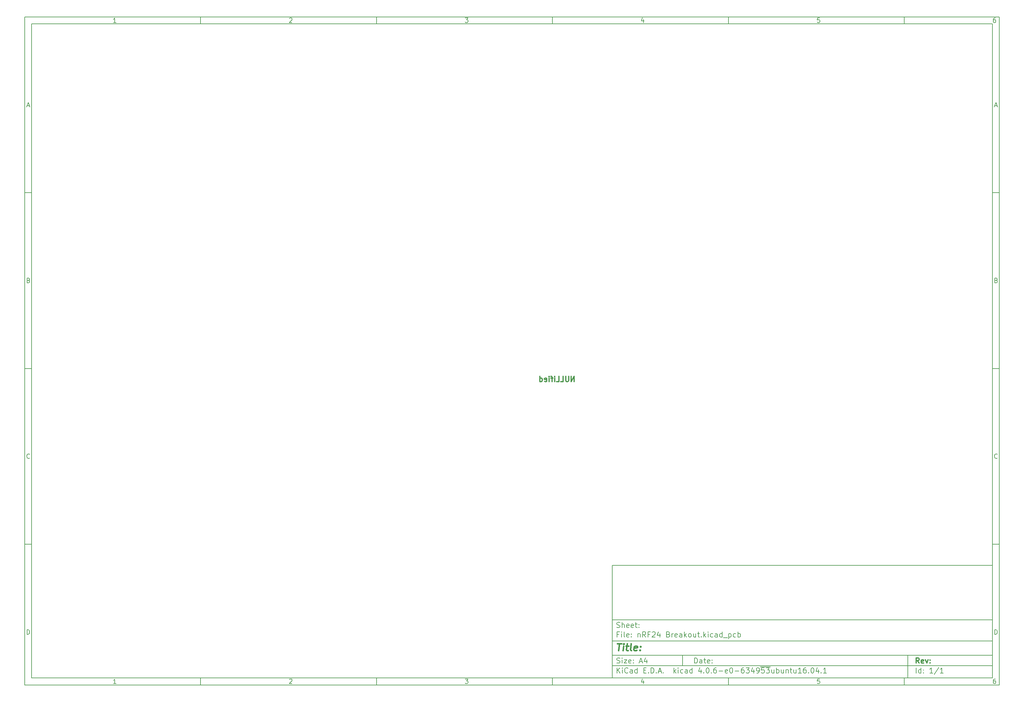
<source format=gbo>
G04 #@! TF.FileFunction,Legend,Bot*
%FSLAX46Y46*%
G04 Gerber Fmt 4.6, Leading zero omitted, Abs format (unit mm)*
G04 Created by KiCad (PCBNEW 4.0.6-e0-6349~53~ubuntu16.04.1) date Wed Jun 21 09:44:30 2017*
%MOMM*%
%LPD*%
G01*
G04 APERTURE LIST*
%ADD10C,0.100000*%
%ADD11C,0.150000*%
%ADD12C,0.300000*%
%ADD13C,0.400000*%
G04 APERTURE END LIST*
D10*
D11*
X177002200Y-166007200D02*
X177002200Y-198007200D01*
X285002200Y-198007200D01*
X285002200Y-166007200D01*
X177002200Y-166007200D01*
D10*
D11*
X10000000Y-10000000D02*
X10000000Y-200007200D01*
X287002200Y-200007200D01*
X287002200Y-10000000D01*
X10000000Y-10000000D01*
D10*
D11*
X12000000Y-12000000D02*
X12000000Y-198007200D01*
X285002200Y-198007200D01*
X285002200Y-12000000D01*
X12000000Y-12000000D01*
D10*
D11*
X60000000Y-12000000D02*
X60000000Y-10000000D01*
D10*
D11*
X110000000Y-12000000D02*
X110000000Y-10000000D01*
D10*
D11*
X160000000Y-12000000D02*
X160000000Y-10000000D01*
D10*
D11*
X210000000Y-12000000D02*
X210000000Y-10000000D01*
D10*
D11*
X260000000Y-12000000D02*
X260000000Y-10000000D01*
D10*
D11*
X35990476Y-11588095D02*
X35247619Y-11588095D01*
X35619048Y-11588095D02*
X35619048Y-10288095D01*
X35495238Y-10473810D01*
X35371429Y-10597619D01*
X35247619Y-10659524D01*
D10*
D11*
X85247619Y-10411905D02*
X85309524Y-10350000D01*
X85433333Y-10288095D01*
X85742857Y-10288095D01*
X85866667Y-10350000D01*
X85928571Y-10411905D01*
X85990476Y-10535714D01*
X85990476Y-10659524D01*
X85928571Y-10845238D01*
X85185714Y-11588095D01*
X85990476Y-11588095D01*
D10*
D11*
X135185714Y-10288095D02*
X135990476Y-10288095D01*
X135557143Y-10783333D01*
X135742857Y-10783333D01*
X135866667Y-10845238D01*
X135928571Y-10907143D01*
X135990476Y-11030952D01*
X135990476Y-11340476D01*
X135928571Y-11464286D01*
X135866667Y-11526190D01*
X135742857Y-11588095D01*
X135371429Y-11588095D01*
X135247619Y-11526190D01*
X135185714Y-11464286D01*
D10*
D11*
X185866667Y-10721429D02*
X185866667Y-11588095D01*
X185557143Y-10226190D02*
X185247619Y-11154762D01*
X186052381Y-11154762D01*
D10*
D11*
X235928571Y-10288095D02*
X235309524Y-10288095D01*
X235247619Y-10907143D01*
X235309524Y-10845238D01*
X235433333Y-10783333D01*
X235742857Y-10783333D01*
X235866667Y-10845238D01*
X235928571Y-10907143D01*
X235990476Y-11030952D01*
X235990476Y-11340476D01*
X235928571Y-11464286D01*
X235866667Y-11526190D01*
X235742857Y-11588095D01*
X235433333Y-11588095D01*
X235309524Y-11526190D01*
X235247619Y-11464286D01*
D10*
D11*
X285866667Y-10288095D02*
X285619048Y-10288095D01*
X285495238Y-10350000D01*
X285433333Y-10411905D01*
X285309524Y-10597619D01*
X285247619Y-10845238D01*
X285247619Y-11340476D01*
X285309524Y-11464286D01*
X285371429Y-11526190D01*
X285495238Y-11588095D01*
X285742857Y-11588095D01*
X285866667Y-11526190D01*
X285928571Y-11464286D01*
X285990476Y-11340476D01*
X285990476Y-11030952D01*
X285928571Y-10907143D01*
X285866667Y-10845238D01*
X285742857Y-10783333D01*
X285495238Y-10783333D01*
X285371429Y-10845238D01*
X285309524Y-10907143D01*
X285247619Y-11030952D01*
D10*
D11*
X60000000Y-198007200D02*
X60000000Y-200007200D01*
D10*
D11*
X110000000Y-198007200D02*
X110000000Y-200007200D01*
D10*
D11*
X160000000Y-198007200D02*
X160000000Y-200007200D01*
D10*
D11*
X210000000Y-198007200D02*
X210000000Y-200007200D01*
D10*
D11*
X260000000Y-198007200D02*
X260000000Y-200007200D01*
D10*
D11*
X35990476Y-199595295D02*
X35247619Y-199595295D01*
X35619048Y-199595295D02*
X35619048Y-198295295D01*
X35495238Y-198481010D01*
X35371429Y-198604819D01*
X35247619Y-198666724D01*
D10*
D11*
X85247619Y-198419105D02*
X85309524Y-198357200D01*
X85433333Y-198295295D01*
X85742857Y-198295295D01*
X85866667Y-198357200D01*
X85928571Y-198419105D01*
X85990476Y-198542914D01*
X85990476Y-198666724D01*
X85928571Y-198852438D01*
X85185714Y-199595295D01*
X85990476Y-199595295D01*
D10*
D11*
X135185714Y-198295295D02*
X135990476Y-198295295D01*
X135557143Y-198790533D01*
X135742857Y-198790533D01*
X135866667Y-198852438D01*
X135928571Y-198914343D01*
X135990476Y-199038152D01*
X135990476Y-199347676D01*
X135928571Y-199471486D01*
X135866667Y-199533390D01*
X135742857Y-199595295D01*
X135371429Y-199595295D01*
X135247619Y-199533390D01*
X135185714Y-199471486D01*
D10*
D11*
X185866667Y-198728629D02*
X185866667Y-199595295D01*
X185557143Y-198233390D02*
X185247619Y-199161962D01*
X186052381Y-199161962D01*
D10*
D11*
X235928571Y-198295295D02*
X235309524Y-198295295D01*
X235247619Y-198914343D01*
X235309524Y-198852438D01*
X235433333Y-198790533D01*
X235742857Y-198790533D01*
X235866667Y-198852438D01*
X235928571Y-198914343D01*
X235990476Y-199038152D01*
X235990476Y-199347676D01*
X235928571Y-199471486D01*
X235866667Y-199533390D01*
X235742857Y-199595295D01*
X235433333Y-199595295D01*
X235309524Y-199533390D01*
X235247619Y-199471486D01*
D10*
D11*
X285866667Y-198295295D02*
X285619048Y-198295295D01*
X285495238Y-198357200D01*
X285433333Y-198419105D01*
X285309524Y-198604819D01*
X285247619Y-198852438D01*
X285247619Y-199347676D01*
X285309524Y-199471486D01*
X285371429Y-199533390D01*
X285495238Y-199595295D01*
X285742857Y-199595295D01*
X285866667Y-199533390D01*
X285928571Y-199471486D01*
X285990476Y-199347676D01*
X285990476Y-199038152D01*
X285928571Y-198914343D01*
X285866667Y-198852438D01*
X285742857Y-198790533D01*
X285495238Y-198790533D01*
X285371429Y-198852438D01*
X285309524Y-198914343D01*
X285247619Y-199038152D01*
D10*
D11*
X10000000Y-60000000D02*
X12000000Y-60000000D01*
D10*
D11*
X10000000Y-110000000D02*
X12000000Y-110000000D01*
D10*
D11*
X10000000Y-160000000D02*
X12000000Y-160000000D01*
D10*
D11*
X10690476Y-35216667D02*
X11309524Y-35216667D01*
X10566667Y-35588095D02*
X11000000Y-34288095D01*
X11433333Y-35588095D01*
D10*
D11*
X11092857Y-84907143D02*
X11278571Y-84969048D01*
X11340476Y-85030952D01*
X11402381Y-85154762D01*
X11402381Y-85340476D01*
X11340476Y-85464286D01*
X11278571Y-85526190D01*
X11154762Y-85588095D01*
X10659524Y-85588095D01*
X10659524Y-84288095D01*
X11092857Y-84288095D01*
X11216667Y-84350000D01*
X11278571Y-84411905D01*
X11340476Y-84535714D01*
X11340476Y-84659524D01*
X11278571Y-84783333D01*
X11216667Y-84845238D01*
X11092857Y-84907143D01*
X10659524Y-84907143D01*
D10*
D11*
X11402381Y-135464286D02*
X11340476Y-135526190D01*
X11154762Y-135588095D01*
X11030952Y-135588095D01*
X10845238Y-135526190D01*
X10721429Y-135402381D01*
X10659524Y-135278571D01*
X10597619Y-135030952D01*
X10597619Y-134845238D01*
X10659524Y-134597619D01*
X10721429Y-134473810D01*
X10845238Y-134350000D01*
X11030952Y-134288095D01*
X11154762Y-134288095D01*
X11340476Y-134350000D01*
X11402381Y-134411905D01*
D10*
D11*
X10659524Y-185588095D02*
X10659524Y-184288095D01*
X10969048Y-184288095D01*
X11154762Y-184350000D01*
X11278571Y-184473810D01*
X11340476Y-184597619D01*
X11402381Y-184845238D01*
X11402381Y-185030952D01*
X11340476Y-185278571D01*
X11278571Y-185402381D01*
X11154762Y-185526190D01*
X10969048Y-185588095D01*
X10659524Y-185588095D01*
D10*
D11*
X287002200Y-60000000D02*
X285002200Y-60000000D01*
D10*
D11*
X287002200Y-110000000D02*
X285002200Y-110000000D01*
D10*
D11*
X287002200Y-160000000D02*
X285002200Y-160000000D01*
D10*
D11*
X285692676Y-35216667D02*
X286311724Y-35216667D01*
X285568867Y-35588095D02*
X286002200Y-34288095D01*
X286435533Y-35588095D01*
D10*
D11*
X286095057Y-84907143D02*
X286280771Y-84969048D01*
X286342676Y-85030952D01*
X286404581Y-85154762D01*
X286404581Y-85340476D01*
X286342676Y-85464286D01*
X286280771Y-85526190D01*
X286156962Y-85588095D01*
X285661724Y-85588095D01*
X285661724Y-84288095D01*
X286095057Y-84288095D01*
X286218867Y-84350000D01*
X286280771Y-84411905D01*
X286342676Y-84535714D01*
X286342676Y-84659524D01*
X286280771Y-84783333D01*
X286218867Y-84845238D01*
X286095057Y-84907143D01*
X285661724Y-84907143D01*
D10*
D11*
X286404581Y-135464286D02*
X286342676Y-135526190D01*
X286156962Y-135588095D01*
X286033152Y-135588095D01*
X285847438Y-135526190D01*
X285723629Y-135402381D01*
X285661724Y-135278571D01*
X285599819Y-135030952D01*
X285599819Y-134845238D01*
X285661724Y-134597619D01*
X285723629Y-134473810D01*
X285847438Y-134350000D01*
X286033152Y-134288095D01*
X286156962Y-134288095D01*
X286342676Y-134350000D01*
X286404581Y-134411905D01*
D10*
D11*
X285661724Y-185588095D02*
X285661724Y-184288095D01*
X285971248Y-184288095D01*
X286156962Y-184350000D01*
X286280771Y-184473810D01*
X286342676Y-184597619D01*
X286404581Y-184845238D01*
X286404581Y-185030952D01*
X286342676Y-185278571D01*
X286280771Y-185402381D01*
X286156962Y-185526190D01*
X285971248Y-185588095D01*
X285661724Y-185588095D01*
D10*
D11*
X200359343Y-193785771D02*
X200359343Y-192285771D01*
X200716486Y-192285771D01*
X200930771Y-192357200D01*
X201073629Y-192500057D01*
X201145057Y-192642914D01*
X201216486Y-192928629D01*
X201216486Y-193142914D01*
X201145057Y-193428629D01*
X201073629Y-193571486D01*
X200930771Y-193714343D01*
X200716486Y-193785771D01*
X200359343Y-193785771D01*
X202502200Y-193785771D02*
X202502200Y-193000057D01*
X202430771Y-192857200D01*
X202287914Y-192785771D01*
X202002200Y-192785771D01*
X201859343Y-192857200D01*
X202502200Y-193714343D02*
X202359343Y-193785771D01*
X202002200Y-193785771D01*
X201859343Y-193714343D01*
X201787914Y-193571486D01*
X201787914Y-193428629D01*
X201859343Y-193285771D01*
X202002200Y-193214343D01*
X202359343Y-193214343D01*
X202502200Y-193142914D01*
X203002200Y-192785771D02*
X203573629Y-192785771D01*
X203216486Y-192285771D02*
X203216486Y-193571486D01*
X203287914Y-193714343D01*
X203430772Y-193785771D01*
X203573629Y-193785771D01*
X204645057Y-193714343D02*
X204502200Y-193785771D01*
X204216486Y-193785771D01*
X204073629Y-193714343D01*
X204002200Y-193571486D01*
X204002200Y-193000057D01*
X204073629Y-192857200D01*
X204216486Y-192785771D01*
X204502200Y-192785771D01*
X204645057Y-192857200D01*
X204716486Y-193000057D01*
X204716486Y-193142914D01*
X204002200Y-193285771D01*
X205359343Y-193642914D02*
X205430771Y-193714343D01*
X205359343Y-193785771D01*
X205287914Y-193714343D01*
X205359343Y-193642914D01*
X205359343Y-193785771D01*
X205359343Y-192857200D02*
X205430771Y-192928629D01*
X205359343Y-193000057D01*
X205287914Y-192928629D01*
X205359343Y-192857200D01*
X205359343Y-193000057D01*
D10*
D11*
X177002200Y-194507200D02*
X285002200Y-194507200D01*
D10*
D11*
X178359343Y-196585771D02*
X178359343Y-195085771D01*
X179216486Y-196585771D02*
X178573629Y-195728629D01*
X179216486Y-195085771D02*
X178359343Y-195942914D01*
X179859343Y-196585771D02*
X179859343Y-195585771D01*
X179859343Y-195085771D02*
X179787914Y-195157200D01*
X179859343Y-195228629D01*
X179930771Y-195157200D01*
X179859343Y-195085771D01*
X179859343Y-195228629D01*
X181430772Y-196442914D02*
X181359343Y-196514343D01*
X181145057Y-196585771D01*
X181002200Y-196585771D01*
X180787915Y-196514343D01*
X180645057Y-196371486D01*
X180573629Y-196228629D01*
X180502200Y-195942914D01*
X180502200Y-195728629D01*
X180573629Y-195442914D01*
X180645057Y-195300057D01*
X180787915Y-195157200D01*
X181002200Y-195085771D01*
X181145057Y-195085771D01*
X181359343Y-195157200D01*
X181430772Y-195228629D01*
X182716486Y-196585771D02*
X182716486Y-195800057D01*
X182645057Y-195657200D01*
X182502200Y-195585771D01*
X182216486Y-195585771D01*
X182073629Y-195657200D01*
X182716486Y-196514343D02*
X182573629Y-196585771D01*
X182216486Y-196585771D01*
X182073629Y-196514343D01*
X182002200Y-196371486D01*
X182002200Y-196228629D01*
X182073629Y-196085771D01*
X182216486Y-196014343D01*
X182573629Y-196014343D01*
X182716486Y-195942914D01*
X184073629Y-196585771D02*
X184073629Y-195085771D01*
X184073629Y-196514343D02*
X183930772Y-196585771D01*
X183645058Y-196585771D01*
X183502200Y-196514343D01*
X183430772Y-196442914D01*
X183359343Y-196300057D01*
X183359343Y-195871486D01*
X183430772Y-195728629D01*
X183502200Y-195657200D01*
X183645058Y-195585771D01*
X183930772Y-195585771D01*
X184073629Y-195657200D01*
X185930772Y-195800057D02*
X186430772Y-195800057D01*
X186645058Y-196585771D02*
X185930772Y-196585771D01*
X185930772Y-195085771D01*
X186645058Y-195085771D01*
X187287915Y-196442914D02*
X187359343Y-196514343D01*
X187287915Y-196585771D01*
X187216486Y-196514343D01*
X187287915Y-196442914D01*
X187287915Y-196585771D01*
X188002201Y-196585771D02*
X188002201Y-195085771D01*
X188359344Y-195085771D01*
X188573629Y-195157200D01*
X188716487Y-195300057D01*
X188787915Y-195442914D01*
X188859344Y-195728629D01*
X188859344Y-195942914D01*
X188787915Y-196228629D01*
X188716487Y-196371486D01*
X188573629Y-196514343D01*
X188359344Y-196585771D01*
X188002201Y-196585771D01*
X189502201Y-196442914D02*
X189573629Y-196514343D01*
X189502201Y-196585771D01*
X189430772Y-196514343D01*
X189502201Y-196442914D01*
X189502201Y-196585771D01*
X190145058Y-196157200D02*
X190859344Y-196157200D01*
X190002201Y-196585771D02*
X190502201Y-195085771D01*
X191002201Y-196585771D01*
X191502201Y-196442914D02*
X191573629Y-196514343D01*
X191502201Y-196585771D01*
X191430772Y-196514343D01*
X191502201Y-196442914D01*
X191502201Y-196585771D01*
X194502201Y-196585771D02*
X194502201Y-195085771D01*
X194645058Y-196014343D02*
X195073629Y-196585771D01*
X195073629Y-195585771D02*
X194502201Y-196157200D01*
X195716487Y-196585771D02*
X195716487Y-195585771D01*
X195716487Y-195085771D02*
X195645058Y-195157200D01*
X195716487Y-195228629D01*
X195787915Y-195157200D01*
X195716487Y-195085771D01*
X195716487Y-195228629D01*
X197073630Y-196514343D02*
X196930773Y-196585771D01*
X196645059Y-196585771D01*
X196502201Y-196514343D01*
X196430773Y-196442914D01*
X196359344Y-196300057D01*
X196359344Y-195871486D01*
X196430773Y-195728629D01*
X196502201Y-195657200D01*
X196645059Y-195585771D01*
X196930773Y-195585771D01*
X197073630Y-195657200D01*
X198359344Y-196585771D02*
X198359344Y-195800057D01*
X198287915Y-195657200D01*
X198145058Y-195585771D01*
X197859344Y-195585771D01*
X197716487Y-195657200D01*
X198359344Y-196514343D02*
X198216487Y-196585771D01*
X197859344Y-196585771D01*
X197716487Y-196514343D01*
X197645058Y-196371486D01*
X197645058Y-196228629D01*
X197716487Y-196085771D01*
X197859344Y-196014343D01*
X198216487Y-196014343D01*
X198359344Y-195942914D01*
X199716487Y-196585771D02*
X199716487Y-195085771D01*
X199716487Y-196514343D02*
X199573630Y-196585771D01*
X199287916Y-196585771D01*
X199145058Y-196514343D01*
X199073630Y-196442914D01*
X199002201Y-196300057D01*
X199002201Y-195871486D01*
X199073630Y-195728629D01*
X199145058Y-195657200D01*
X199287916Y-195585771D01*
X199573630Y-195585771D01*
X199716487Y-195657200D01*
X202216487Y-195585771D02*
X202216487Y-196585771D01*
X201859344Y-195014343D02*
X201502201Y-196085771D01*
X202430773Y-196085771D01*
X203002201Y-196442914D02*
X203073629Y-196514343D01*
X203002201Y-196585771D01*
X202930772Y-196514343D01*
X203002201Y-196442914D01*
X203002201Y-196585771D01*
X204002201Y-195085771D02*
X204145058Y-195085771D01*
X204287915Y-195157200D01*
X204359344Y-195228629D01*
X204430773Y-195371486D01*
X204502201Y-195657200D01*
X204502201Y-196014343D01*
X204430773Y-196300057D01*
X204359344Y-196442914D01*
X204287915Y-196514343D01*
X204145058Y-196585771D01*
X204002201Y-196585771D01*
X203859344Y-196514343D01*
X203787915Y-196442914D01*
X203716487Y-196300057D01*
X203645058Y-196014343D01*
X203645058Y-195657200D01*
X203716487Y-195371486D01*
X203787915Y-195228629D01*
X203859344Y-195157200D01*
X204002201Y-195085771D01*
X205145058Y-196442914D02*
X205216486Y-196514343D01*
X205145058Y-196585771D01*
X205073629Y-196514343D01*
X205145058Y-196442914D01*
X205145058Y-196585771D01*
X206502201Y-195085771D02*
X206216487Y-195085771D01*
X206073630Y-195157200D01*
X206002201Y-195228629D01*
X205859344Y-195442914D01*
X205787915Y-195728629D01*
X205787915Y-196300057D01*
X205859344Y-196442914D01*
X205930772Y-196514343D01*
X206073630Y-196585771D01*
X206359344Y-196585771D01*
X206502201Y-196514343D01*
X206573630Y-196442914D01*
X206645058Y-196300057D01*
X206645058Y-195942914D01*
X206573630Y-195800057D01*
X206502201Y-195728629D01*
X206359344Y-195657200D01*
X206073630Y-195657200D01*
X205930772Y-195728629D01*
X205859344Y-195800057D01*
X205787915Y-195942914D01*
X207287915Y-196014343D02*
X208430772Y-196014343D01*
X209716486Y-196514343D02*
X209573629Y-196585771D01*
X209287915Y-196585771D01*
X209145058Y-196514343D01*
X209073629Y-196371486D01*
X209073629Y-195800057D01*
X209145058Y-195657200D01*
X209287915Y-195585771D01*
X209573629Y-195585771D01*
X209716486Y-195657200D01*
X209787915Y-195800057D01*
X209787915Y-195942914D01*
X209073629Y-196085771D01*
X210716486Y-195085771D02*
X210859343Y-195085771D01*
X211002200Y-195157200D01*
X211073629Y-195228629D01*
X211145058Y-195371486D01*
X211216486Y-195657200D01*
X211216486Y-196014343D01*
X211145058Y-196300057D01*
X211073629Y-196442914D01*
X211002200Y-196514343D01*
X210859343Y-196585771D01*
X210716486Y-196585771D01*
X210573629Y-196514343D01*
X210502200Y-196442914D01*
X210430772Y-196300057D01*
X210359343Y-196014343D01*
X210359343Y-195657200D01*
X210430772Y-195371486D01*
X210502200Y-195228629D01*
X210573629Y-195157200D01*
X210716486Y-195085771D01*
X211859343Y-196014343D02*
X213002200Y-196014343D01*
X214359343Y-195085771D02*
X214073629Y-195085771D01*
X213930772Y-195157200D01*
X213859343Y-195228629D01*
X213716486Y-195442914D01*
X213645057Y-195728629D01*
X213645057Y-196300057D01*
X213716486Y-196442914D01*
X213787914Y-196514343D01*
X213930772Y-196585771D01*
X214216486Y-196585771D01*
X214359343Y-196514343D01*
X214430772Y-196442914D01*
X214502200Y-196300057D01*
X214502200Y-195942914D01*
X214430772Y-195800057D01*
X214359343Y-195728629D01*
X214216486Y-195657200D01*
X213930772Y-195657200D01*
X213787914Y-195728629D01*
X213716486Y-195800057D01*
X213645057Y-195942914D01*
X215002200Y-195085771D02*
X215930771Y-195085771D01*
X215430771Y-195657200D01*
X215645057Y-195657200D01*
X215787914Y-195728629D01*
X215859343Y-195800057D01*
X215930771Y-195942914D01*
X215930771Y-196300057D01*
X215859343Y-196442914D01*
X215787914Y-196514343D01*
X215645057Y-196585771D01*
X215216485Y-196585771D01*
X215073628Y-196514343D01*
X215002200Y-196442914D01*
X217216485Y-195585771D02*
X217216485Y-196585771D01*
X216859342Y-195014343D02*
X216502199Y-196085771D01*
X217430771Y-196085771D01*
X218073627Y-196585771D02*
X218359342Y-196585771D01*
X218502199Y-196514343D01*
X218573627Y-196442914D01*
X218716485Y-196228629D01*
X218787913Y-195942914D01*
X218787913Y-195371486D01*
X218716485Y-195228629D01*
X218645056Y-195157200D01*
X218502199Y-195085771D01*
X218216485Y-195085771D01*
X218073627Y-195157200D01*
X218002199Y-195228629D01*
X217930770Y-195371486D01*
X217930770Y-195728629D01*
X218002199Y-195871486D01*
X218073627Y-195942914D01*
X218216485Y-196014343D01*
X218502199Y-196014343D01*
X218645056Y-195942914D01*
X218716485Y-195871486D01*
X218787913Y-195728629D01*
X220145056Y-195085771D02*
X219430770Y-195085771D01*
X219359341Y-195800057D01*
X219430770Y-195728629D01*
X219573627Y-195657200D01*
X219930770Y-195657200D01*
X220073627Y-195728629D01*
X220145056Y-195800057D01*
X220216484Y-195942914D01*
X220216484Y-196300057D01*
X220145056Y-196442914D01*
X220073627Y-196514343D01*
X219930770Y-196585771D01*
X219573627Y-196585771D01*
X219430770Y-196514343D01*
X219359341Y-196442914D01*
X220716484Y-195085771D02*
X221645055Y-195085771D01*
X221145055Y-195657200D01*
X221359341Y-195657200D01*
X221502198Y-195728629D01*
X221573627Y-195800057D01*
X221645055Y-195942914D01*
X221645055Y-196300057D01*
X221573627Y-196442914D01*
X221502198Y-196514343D01*
X221359341Y-196585771D01*
X220930769Y-196585771D01*
X220787912Y-196514343D01*
X220716484Y-196442914D01*
X219073627Y-194827200D02*
X221930769Y-194827200D01*
X222930769Y-195585771D02*
X222930769Y-196585771D01*
X222287912Y-195585771D02*
X222287912Y-196371486D01*
X222359340Y-196514343D01*
X222502198Y-196585771D01*
X222716483Y-196585771D01*
X222859340Y-196514343D01*
X222930769Y-196442914D01*
X223645055Y-196585771D02*
X223645055Y-195085771D01*
X223645055Y-195657200D02*
X223787912Y-195585771D01*
X224073626Y-195585771D01*
X224216483Y-195657200D01*
X224287912Y-195728629D01*
X224359341Y-195871486D01*
X224359341Y-196300057D01*
X224287912Y-196442914D01*
X224216483Y-196514343D01*
X224073626Y-196585771D01*
X223787912Y-196585771D01*
X223645055Y-196514343D01*
X225645055Y-195585771D02*
X225645055Y-196585771D01*
X225002198Y-195585771D02*
X225002198Y-196371486D01*
X225073626Y-196514343D01*
X225216484Y-196585771D01*
X225430769Y-196585771D01*
X225573626Y-196514343D01*
X225645055Y-196442914D01*
X226359341Y-195585771D02*
X226359341Y-196585771D01*
X226359341Y-195728629D02*
X226430769Y-195657200D01*
X226573627Y-195585771D01*
X226787912Y-195585771D01*
X226930769Y-195657200D01*
X227002198Y-195800057D01*
X227002198Y-196585771D01*
X227502198Y-195585771D02*
X228073627Y-195585771D01*
X227716484Y-195085771D02*
X227716484Y-196371486D01*
X227787912Y-196514343D01*
X227930770Y-196585771D01*
X228073627Y-196585771D01*
X229216484Y-195585771D02*
X229216484Y-196585771D01*
X228573627Y-195585771D02*
X228573627Y-196371486D01*
X228645055Y-196514343D01*
X228787913Y-196585771D01*
X229002198Y-196585771D01*
X229145055Y-196514343D01*
X229216484Y-196442914D01*
X230716484Y-196585771D02*
X229859341Y-196585771D01*
X230287913Y-196585771D02*
X230287913Y-195085771D01*
X230145056Y-195300057D01*
X230002198Y-195442914D01*
X229859341Y-195514343D01*
X232002198Y-195085771D02*
X231716484Y-195085771D01*
X231573627Y-195157200D01*
X231502198Y-195228629D01*
X231359341Y-195442914D01*
X231287912Y-195728629D01*
X231287912Y-196300057D01*
X231359341Y-196442914D01*
X231430769Y-196514343D01*
X231573627Y-196585771D01*
X231859341Y-196585771D01*
X232002198Y-196514343D01*
X232073627Y-196442914D01*
X232145055Y-196300057D01*
X232145055Y-195942914D01*
X232073627Y-195800057D01*
X232002198Y-195728629D01*
X231859341Y-195657200D01*
X231573627Y-195657200D01*
X231430769Y-195728629D01*
X231359341Y-195800057D01*
X231287912Y-195942914D01*
X232787912Y-196442914D02*
X232859340Y-196514343D01*
X232787912Y-196585771D01*
X232716483Y-196514343D01*
X232787912Y-196442914D01*
X232787912Y-196585771D01*
X233787912Y-195085771D02*
X233930769Y-195085771D01*
X234073626Y-195157200D01*
X234145055Y-195228629D01*
X234216484Y-195371486D01*
X234287912Y-195657200D01*
X234287912Y-196014343D01*
X234216484Y-196300057D01*
X234145055Y-196442914D01*
X234073626Y-196514343D01*
X233930769Y-196585771D01*
X233787912Y-196585771D01*
X233645055Y-196514343D01*
X233573626Y-196442914D01*
X233502198Y-196300057D01*
X233430769Y-196014343D01*
X233430769Y-195657200D01*
X233502198Y-195371486D01*
X233573626Y-195228629D01*
X233645055Y-195157200D01*
X233787912Y-195085771D01*
X235573626Y-195585771D02*
X235573626Y-196585771D01*
X235216483Y-195014343D02*
X234859340Y-196085771D01*
X235787912Y-196085771D01*
X236359340Y-196442914D02*
X236430768Y-196514343D01*
X236359340Y-196585771D01*
X236287911Y-196514343D01*
X236359340Y-196442914D01*
X236359340Y-196585771D01*
X237859340Y-196585771D02*
X237002197Y-196585771D01*
X237430769Y-196585771D02*
X237430769Y-195085771D01*
X237287912Y-195300057D01*
X237145054Y-195442914D01*
X237002197Y-195514343D01*
D10*
D11*
X177002200Y-191507200D02*
X285002200Y-191507200D01*
D10*
D12*
X264216486Y-193785771D02*
X263716486Y-193071486D01*
X263359343Y-193785771D02*
X263359343Y-192285771D01*
X263930771Y-192285771D01*
X264073629Y-192357200D01*
X264145057Y-192428629D01*
X264216486Y-192571486D01*
X264216486Y-192785771D01*
X264145057Y-192928629D01*
X264073629Y-193000057D01*
X263930771Y-193071486D01*
X263359343Y-193071486D01*
X265430771Y-193714343D02*
X265287914Y-193785771D01*
X265002200Y-193785771D01*
X264859343Y-193714343D01*
X264787914Y-193571486D01*
X264787914Y-193000057D01*
X264859343Y-192857200D01*
X265002200Y-192785771D01*
X265287914Y-192785771D01*
X265430771Y-192857200D01*
X265502200Y-193000057D01*
X265502200Y-193142914D01*
X264787914Y-193285771D01*
X266002200Y-192785771D02*
X266359343Y-193785771D01*
X266716485Y-192785771D01*
X267287914Y-193642914D02*
X267359342Y-193714343D01*
X267287914Y-193785771D01*
X267216485Y-193714343D01*
X267287914Y-193642914D01*
X267287914Y-193785771D01*
X267287914Y-192857200D02*
X267359342Y-192928629D01*
X267287914Y-193000057D01*
X267216485Y-192928629D01*
X267287914Y-192857200D01*
X267287914Y-193000057D01*
D10*
D11*
X178287914Y-193714343D02*
X178502200Y-193785771D01*
X178859343Y-193785771D01*
X179002200Y-193714343D01*
X179073629Y-193642914D01*
X179145057Y-193500057D01*
X179145057Y-193357200D01*
X179073629Y-193214343D01*
X179002200Y-193142914D01*
X178859343Y-193071486D01*
X178573629Y-193000057D01*
X178430771Y-192928629D01*
X178359343Y-192857200D01*
X178287914Y-192714343D01*
X178287914Y-192571486D01*
X178359343Y-192428629D01*
X178430771Y-192357200D01*
X178573629Y-192285771D01*
X178930771Y-192285771D01*
X179145057Y-192357200D01*
X179787914Y-193785771D02*
X179787914Y-192785771D01*
X179787914Y-192285771D02*
X179716485Y-192357200D01*
X179787914Y-192428629D01*
X179859342Y-192357200D01*
X179787914Y-192285771D01*
X179787914Y-192428629D01*
X180359343Y-192785771D02*
X181145057Y-192785771D01*
X180359343Y-193785771D01*
X181145057Y-193785771D01*
X182287914Y-193714343D02*
X182145057Y-193785771D01*
X181859343Y-193785771D01*
X181716486Y-193714343D01*
X181645057Y-193571486D01*
X181645057Y-193000057D01*
X181716486Y-192857200D01*
X181859343Y-192785771D01*
X182145057Y-192785771D01*
X182287914Y-192857200D01*
X182359343Y-193000057D01*
X182359343Y-193142914D01*
X181645057Y-193285771D01*
X183002200Y-193642914D02*
X183073628Y-193714343D01*
X183002200Y-193785771D01*
X182930771Y-193714343D01*
X183002200Y-193642914D01*
X183002200Y-193785771D01*
X183002200Y-192857200D02*
X183073628Y-192928629D01*
X183002200Y-193000057D01*
X182930771Y-192928629D01*
X183002200Y-192857200D01*
X183002200Y-193000057D01*
X184787914Y-193357200D02*
X185502200Y-193357200D01*
X184645057Y-193785771D02*
X185145057Y-192285771D01*
X185645057Y-193785771D01*
X186787914Y-192785771D02*
X186787914Y-193785771D01*
X186430771Y-192214343D02*
X186073628Y-193285771D01*
X187002200Y-193285771D01*
D10*
D11*
X263359343Y-196585771D02*
X263359343Y-195085771D01*
X264716486Y-196585771D02*
X264716486Y-195085771D01*
X264716486Y-196514343D02*
X264573629Y-196585771D01*
X264287915Y-196585771D01*
X264145057Y-196514343D01*
X264073629Y-196442914D01*
X264002200Y-196300057D01*
X264002200Y-195871486D01*
X264073629Y-195728629D01*
X264145057Y-195657200D01*
X264287915Y-195585771D01*
X264573629Y-195585771D01*
X264716486Y-195657200D01*
X265430772Y-196442914D02*
X265502200Y-196514343D01*
X265430772Y-196585771D01*
X265359343Y-196514343D01*
X265430772Y-196442914D01*
X265430772Y-196585771D01*
X265430772Y-195657200D02*
X265502200Y-195728629D01*
X265430772Y-195800057D01*
X265359343Y-195728629D01*
X265430772Y-195657200D01*
X265430772Y-195800057D01*
X268073629Y-196585771D02*
X267216486Y-196585771D01*
X267645058Y-196585771D02*
X267645058Y-195085771D01*
X267502201Y-195300057D01*
X267359343Y-195442914D01*
X267216486Y-195514343D01*
X269787914Y-195014343D02*
X268502200Y-196942914D01*
X271073629Y-196585771D02*
X270216486Y-196585771D01*
X270645058Y-196585771D02*
X270645058Y-195085771D01*
X270502201Y-195300057D01*
X270359343Y-195442914D01*
X270216486Y-195514343D01*
D10*
D11*
X177002200Y-187507200D02*
X285002200Y-187507200D01*
D10*
D13*
X178454581Y-188211962D02*
X179597438Y-188211962D01*
X178776010Y-190211962D02*
X179026010Y-188211962D01*
X180014105Y-190211962D02*
X180180771Y-188878629D01*
X180264105Y-188211962D02*
X180156962Y-188307200D01*
X180240295Y-188402438D01*
X180347439Y-188307200D01*
X180264105Y-188211962D01*
X180240295Y-188402438D01*
X180847438Y-188878629D02*
X181609343Y-188878629D01*
X181216486Y-188211962D02*
X181002200Y-189926248D01*
X181073630Y-190116724D01*
X181252201Y-190211962D01*
X181442677Y-190211962D01*
X182395058Y-190211962D02*
X182216487Y-190116724D01*
X182145057Y-189926248D01*
X182359343Y-188211962D01*
X183930772Y-190116724D02*
X183728391Y-190211962D01*
X183347439Y-190211962D01*
X183168867Y-190116724D01*
X183097438Y-189926248D01*
X183192676Y-189164343D01*
X183311724Y-188973867D01*
X183514105Y-188878629D01*
X183895057Y-188878629D01*
X184073629Y-188973867D01*
X184145057Y-189164343D01*
X184121248Y-189354819D01*
X183145057Y-189545295D01*
X184895057Y-190021486D02*
X184978392Y-190116724D01*
X184871248Y-190211962D01*
X184787915Y-190116724D01*
X184895057Y-190021486D01*
X184871248Y-190211962D01*
X185026010Y-188973867D02*
X185109344Y-189069105D01*
X185002200Y-189164343D01*
X184918867Y-189069105D01*
X185026010Y-188973867D01*
X185002200Y-189164343D01*
D10*
D11*
X178859343Y-185600057D02*
X178359343Y-185600057D01*
X178359343Y-186385771D02*
X178359343Y-184885771D01*
X179073629Y-184885771D01*
X179645057Y-186385771D02*
X179645057Y-185385771D01*
X179645057Y-184885771D02*
X179573628Y-184957200D01*
X179645057Y-185028629D01*
X179716485Y-184957200D01*
X179645057Y-184885771D01*
X179645057Y-185028629D01*
X180573629Y-186385771D02*
X180430771Y-186314343D01*
X180359343Y-186171486D01*
X180359343Y-184885771D01*
X181716485Y-186314343D02*
X181573628Y-186385771D01*
X181287914Y-186385771D01*
X181145057Y-186314343D01*
X181073628Y-186171486D01*
X181073628Y-185600057D01*
X181145057Y-185457200D01*
X181287914Y-185385771D01*
X181573628Y-185385771D01*
X181716485Y-185457200D01*
X181787914Y-185600057D01*
X181787914Y-185742914D01*
X181073628Y-185885771D01*
X182430771Y-186242914D02*
X182502199Y-186314343D01*
X182430771Y-186385771D01*
X182359342Y-186314343D01*
X182430771Y-186242914D01*
X182430771Y-186385771D01*
X182430771Y-185457200D02*
X182502199Y-185528629D01*
X182430771Y-185600057D01*
X182359342Y-185528629D01*
X182430771Y-185457200D01*
X182430771Y-185600057D01*
X184287914Y-185385771D02*
X184287914Y-186385771D01*
X184287914Y-185528629D02*
X184359342Y-185457200D01*
X184502200Y-185385771D01*
X184716485Y-185385771D01*
X184859342Y-185457200D01*
X184930771Y-185600057D01*
X184930771Y-186385771D01*
X186502200Y-186385771D02*
X186002200Y-185671486D01*
X185645057Y-186385771D02*
X185645057Y-184885771D01*
X186216485Y-184885771D01*
X186359343Y-184957200D01*
X186430771Y-185028629D01*
X186502200Y-185171486D01*
X186502200Y-185385771D01*
X186430771Y-185528629D01*
X186359343Y-185600057D01*
X186216485Y-185671486D01*
X185645057Y-185671486D01*
X187645057Y-185600057D02*
X187145057Y-185600057D01*
X187145057Y-186385771D02*
X187145057Y-184885771D01*
X187859343Y-184885771D01*
X188359342Y-185028629D02*
X188430771Y-184957200D01*
X188573628Y-184885771D01*
X188930771Y-184885771D01*
X189073628Y-184957200D01*
X189145057Y-185028629D01*
X189216485Y-185171486D01*
X189216485Y-185314343D01*
X189145057Y-185528629D01*
X188287914Y-186385771D01*
X189216485Y-186385771D01*
X190502199Y-185385771D02*
X190502199Y-186385771D01*
X190145056Y-184814343D02*
X189787913Y-185885771D01*
X190716485Y-185885771D01*
X192930770Y-185600057D02*
X193145056Y-185671486D01*
X193216484Y-185742914D01*
X193287913Y-185885771D01*
X193287913Y-186100057D01*
X193216484Y-186242914D01*
X193145056Y-186314343D01*
X193002198Y-186385771D01*
X192430770Y-186385771D01*
X192430770Y-184885771D01*
X192930770Y-184885771D01*
X193073627Y-184957200D01*
X193145056Y-185028629D01*
X193216484Y-185171486D01*
X193216484Y-185314343D01*
X193145056Y-185457200D01*
X193073627Y-185528629D01*
X192930770Y-185600057D01*
X192430770Y-185600057D01*
X193930770Y-186385771D02*
X193930770Y-185385771D01*
X193930770Y-185671486D02*
X194002198Y-185528629D01*
X194073627Y-185457200D01*
X194216484Y-185385771D01*
X194359341Y-185385771D01*
X195430769Y-186314343D02*
X195287912Y-186385771D01*
X195002198Y-186385771D01*
X194859341Y-186314343D01*
X194787912Y-186171486D01*
X194787912Y-185600057D01*
X194859341Y-185457200D01*
X195002198Y-185385771D01*
X195287912Y-185385771D01*
X195430769Y-185457200D01*
X195502198Y-185600057D01*
X195502198Y-185742914D01*
X194787912Y-185885771D01*
X196787912Y-186385771D02*
X196787912Y-185600057D01*
X196716483Y-185457200D01*
X196573626Y-185385771D01*
X196287912Y-185385771D01*
X196145055Y-185457200D01*
X196787912Y-186314343D02*
X196645055Y-186385771D01*
X196287912Y-186385771D01*
X196145055Y-186314343D01*
X196073626Y-186171486D01*
X196073626Y-186028629D01*
X196145055Y-185885771D01*
X196287912Y-185814343D01*
X196645055Y-185814343D01*
X196787912Y-185742914D01*
X197502198Y-186385771D02*
X197502198Y-184885771D01*
X197645055Y-185814343D02*
X198073626Y-186385771D01*
X198073626Y-185385771D02*
X197502198Y-185957200D01*
X198930770Y-186385771D02*
X198787912Y-186314343D01*
X198716484Y-186242914D01*
X198645055Y-186100057D01*
X198645055Y-185671486D01*
X198716484Y-185528629D01*
X198787912Y-185457200D01*
X198930770Y-185385771D01*
X199145055Y-185385771D01*
X199287912Y-185457200D01*
X199359341Y-185528629D01*
X199430770Y-185671486D01*
X199430770Y-186100057D01*
X199359341Y-186242914D01*
X199287912Y-186314343D01*
X199145055Y-186385771D01*
X198930770Y-186385771D01*
X200716484Y-185385771D02*
X200716484Y-186385771D01*
X200073627Y-185385771D02*
X200073627Y-186171486D01*
X200145055Y-186314343D01*
X200287913Y-186385771D01*
X200502198Y-186385771D01*
X200645055Y-186314343D01*
X200716484Y-186242914D01*
X201216484Y-185385771D02*
X201787913Y-185385771D01*
X201430770Y-184885771D02*
X201430770Y-186171486D01*
X201502198Y-186314343D01*
X201645056Y-186385771D01*
X201787913Y-186385771D01*
X202287913Y-186242914D02*
X202359341Y-186314343D01*
X202287913Y-186385771D01*
X202216484Y-186314343D01*
X202287913Y-186242914D01*
X202287913Y-186385771D01*
X203002199Y-186385771D02*
X203002199Y-184885771D01*
X203145056Y-185814343D02*
X203573627Y-186385771D01*
X203573627Y-185385771D02*
X203002199Y-185957200D01*
X204216485Y-186385771D02*
X204216485Y-185385771D01*
X204216485Y-184885771D02*
X204145056Y-184957200D01*
X204216485Y-185028629D01*
X204287913Y-184957200D01*
X204216485Y-184885771D01*
X204216485Y-185028629D01*
X205573628Y-186314343D02*
X205430771Y-186385771D01*
X205145057Y-186385771D01*
X205002199Y-186314343D01*
X204930771Y-186242914D01*
X204859342Y-186100057D01*
X204859342Y-185671486D01*
X204930771Y-185528629D01*
X205002199Y-185457200D01*
X205145057Y-185385771D01*
X205430771Y-185385771D01*
X205573628Y-185457200D01*
X206859342Y-186385771D02*
X206859342Y-185600057D01*
X206787913Y-185457200D01*
X206645056Y-185385771D01*
X206359342Y-185385771D01*
X206216485Y-185457200D01*
X206859342Y-186314343D02*
X206716485Y-186385771D01*
X206359342Y-186385771D01*
X206216485Y-186314343D01*
X206145056Y-186171486D01*
X206145056Y-186028629D01*
X206216485Y-185885771D01*
X206359342Y-185814343D01*
X206716485Y-185814343D01*
X206859342Y-185742914D01*
X208216485Y-186385771D02*
X208216485Y-184885771D01*
X208216485Y-186314343D02*
X208073628Y-186385771D01*
X207787914Y-186385771D01*
X207645056Y-186314343D01*
X207573628Y-186242914D01*
X207502199Y-186100057D01*
X207502199Y-185671486D01*
X207573628Y-185528629D01*
X207645056Y-185457200D01*
X207787914Y-185385771D01*
X208073628Y-185385771D01*
X208216485Y-185457200D01*
X208573628Y-186528629D02*
X209716485Y-186528629D01*
X210073628Y-185385771D02*
X210073628Y-186885771D01*
X210073628Y-185457200D02*
X210216485Y-185385771D01*
X210502199Y-185385771D01*
X210645056Y-185457200D01*
X210716485Y-185528629D01*
X210787914Y-185671486D01*
X210787914Y-186100057D01*
X210716485Y-186242914D01*
X210645056Y-186314343D01*
X210502199Y-186385771D01*
X210216485Y-186385771D01*
X210073628Y-186314343D01*
X212073628Y-186314343D02*
X211930771Y-186385771D01*
X211645057Y-186385771D01*
X211502199Y-186314343D01*
X211430771Y-186242914D01*
X211359342Y-186100057D01*
X211359342Y-185671486D01*
X211430771Y-185528629D01*
X211502199Y-185457200D01*
X211645057Y-185385771D01*
X211930771Y-185385771D01*
X212073628Y-185457200D01*
X212716485Y-186385771D02*
X212716485Y-184885771D01*
X212716485Y-185457200D02*
X212859342Y-185385771D01*
X213145056Y-185385771D01*
X213287913Y-185457200D01*
X213359342Y-185528629D01*
X213430771Y-185671486D01*
X213430771Y-186100057D01*
X213359342Y-186242914D01*
X213287913Y-186314343D01*
X213145056Y-186385771D01*
X212859342Y-186385771D01*
X212716485Y-186314343D01*
D10*
D11*
X177002200Y-181507200D02*
X285002200Y-181507200D01*
D10*
D11*
X178287914Y-183614343D02*
X178502200Y-183685771D01*
X178859343Y-183685771D01*
X179002200Y-183614343D01*
X179073629Y-183542914D01*
X179145057Y-183400057D01*
X179145057Y-183257200D01*
X179073629Y-183114343D01*
X179002200Y-183042914D01*
X178859343Y-182971486D01*
X178573629Y-182900057D01*
X178430771Y-182828629D01*
X178359343Y-182757200D01*
X178287914Y-182614343D01*
X178287914Y-182471486D01*
X178359343Y-182328629D01*
X178430771Y-182257200D01*
X178573629Y-182185771D01*
X178930771Y-182185771D01*
X179145057Y-182257200D01*
X179787914Y-183685771D02*
X179787914Y-182185771D01*
X180430771Y-183685771D02*
X180430771Y-182900057D01*
X180359342Y-182757200D01*
X180216485Y-182685771D01*
X180002200Y-182685771D01*
X179859342Y-182757200D01*
X179787914Y-182828629D01*
X181716485Y-183614343D02*
X181573628Y-183685771D01*
X181287914Y-183685771D01*
X181145057Y-183614343D01*
X181073628Y-183471486D01*
X181073628Y-182900057D01*
X181145057Y-182757200D01*
X181287914Y-182685771D01*
X181573628Y-182685771D01*
X181716485Y-182757200D01*
X181787914Y-182900057D01*
X181787914Y-183042914D01*
X181073628Y-183185771D01*
X183002199Y-183614343D02*
X182859342Y-183685771D01*
X182573628Y-183685771D01*
X182430771Y-183614343D01*
X182359342Y-183471486D01*
X182359342Y-182900057D01*
X182430771Y-182757200D01*
X182573628Y-182685771D01*
X182859342Y-182685771D01*
X183002199Y-182757200D01*
X183073628Y-182900057D01*
X183073628Y-183042914D01*
X182359342Y-183185771D01*
X183502199Y-182685771D02*
X184073628Y-182685771D01*
X183716485Y-182185771D02*
X183716485Y-183471486D01*
X183787913Y-183614343D01*
X183930771Y-183685771D01*
X184073628Y-183685771D01*
X184573628Y-183542914D02*
X184645056Y-183614343D01*
X184573628Y-183685771D01*
X184502199Y-183614343D01*
X184573628Y-183542914D01*
X184573628Y-183685771D01*
X184573628Y-182757200D02*
X184645056Y-182828629D01*
X184573628Y-182900057D01*
X184502199Y-182828629D01*
X184573628Y-182757200D01*
X184573628Y-182900057D01*
D10*
D11*
X197002200Y-191507200D02*
X197002200Y-194507200D01*
D10*
D11*
X261002200Y-191507200D02*
X261002200Y-198007200D01*
D12*
X166182858Y-113708571D02*
X166182858Y-112208571D01*
X165325715Y-113708571D01*
X165325715Y-112208571D01*
X164611429Y-112208571D02*
X164611429Y-113422857D01*
X164540001Y-113565714D01*
X164468572Y-113637143D01*
X164325715Y-113708571D01*
X164040001Y-113708571D01*
X163897143Y-113637143D01*
X163825715Y-113565714D01*
X163754286Y-113422857D01*
X163754286Y-112208571D01*
X162325714Y-113708571D02*
X163040000Y-113708571D01*
X163040000Y-112208571D01*
X161111428Y-113708571D02*
X161825714Y-113708571D01*
X161825714Y-112208571D01*
X160611428Y-113708571D02*
X160611428Y-112708571D01*
X160611428Y-112208571D02*
X160682857Y-112280000D01*
X160611428Y-112351429D01*
X160540000Y-112280000D01*
X160611428Y-112208571D01*
X160611428Y-112351429D01*
X160111428Y-112708571D02*
X159539999Y-112708571D01*
X159897142Y-113708571D02*
X159897142Y-112422857D01*
X159825714Y-112280000D01*
X159682856Y-112208571D01*
X159539999Y-112208571D01*
X159039999Y-113708571D02*
X159039999Y-112708571D01*
X159039999Y-112208571D02*
X159111428Y-112280000D01*
X159039999Y-112351429D01*
X158968571Y-112280000D01*
X159039999Y-112208571D01*
X159039999Y-112351429D01*
X157754285Y-113637143D02*
X157897142Y-113708571D01*
X158182856Y-113708571D01*
X158325713Y-113637143D01*
X158397142Y-113494286D01*
X158397142Y-112922857D01*
X158325713Y-112780000D01*
X158182856Y-112708571D01*
X157897142Y-112708571D01*
X157754285Y-112780000D01*
X157682856Y-112922857D01*
X157682856Y-113065714D01*
X158397142Y-113208571D01*
X156397142Y-113708571D02*
X156397142Y-112208571D01*
X156397142Y-113637143D02*
X156539999Y-113708571D01*
X156825713Y-113708571D01*
X156968571Y-113637143D01*
X157039999Y-113565714D01*
X157111428Y-113422857D01*
X157111428Y-112994286D01*
X157039999Y-112851429D01*
X156968571Y-112780000D01*
X156825713Y-112708571D01*
X156539999Y-112708571D01*
X156397142Y-112780000D01*
M02*

</source>
